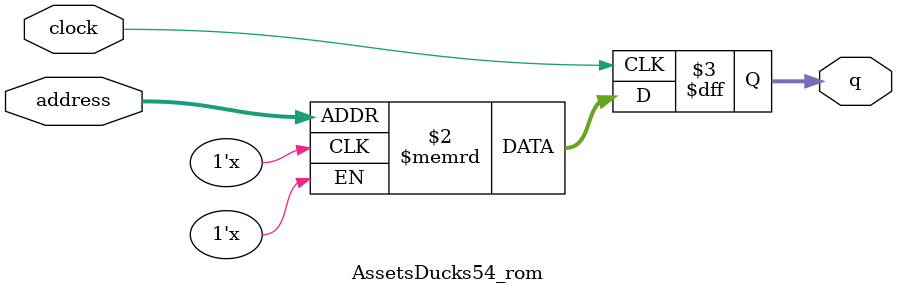
<source format=sv>
module AssetsDucks54_rom (
	input logic clock,
	input logic [11:0] address,
	output logic [3:0] q
);

logic [3:0] memory [0:4095] /* synthesis ram_init_file = "./AssetsDucks54/AssetsDucks54.mif" */;

always_ff @ (posedge clock) begin
	q <= memory[address];
end

endmodule

</source>
